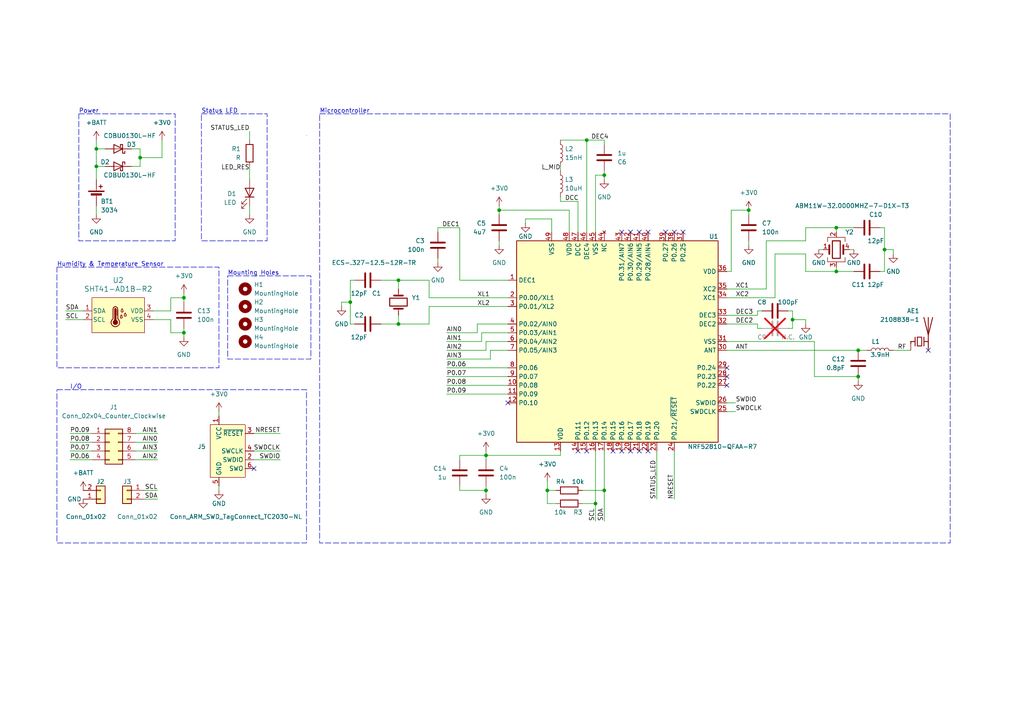
<source format=kicad_sch>
(kicad_sch (version 20230121) (generator eeschema)
  (paper "A4")
  (lib_symbols
    (symbol "Connector:Conn_ARM_SWD_TagConnect_TC2030-NL" (in_bom no)
      (property "Reference" "J" (at 2.54 11.43 0))
      (property "Value" "Conn_ARM_SWD_TagConnect_TC2030-NL" (at 2.54 8.89 0))
      (symbol "Conn_ARM_SWD_TagConnect_TC2030-NL_0_0"
        (pin power_in line (at -2.54 10.16 270) (length 2.54) (name "VCC") (number "1"))
        (pin bidirectional line (at 7.62 -2.54 180) (length 2.54) (name "SWDIO") (number "2"))
        (pin open_collector line (at 7.62 5.08 180) (length 2.54) (name "~{RESET}") (number "3"))
        (pin output line (at 7.62 0 180) (length 2.54) (name "SWCLK") (number "4"))
        (pin power_in line (at -2.54 -10.16 90) (length 2.54) (name "GND") (number "5"))
        (pin input line (at 7.62 -5.08 180) (length 2.54) (name "SWO") (number "6"))
      )
      (symbol "Conn_ARM_SWD_TagConnect_TC2030-NL_0_1"
        (rectangle (start -5.08 7.62) (end 5.08 -7.62) (fill (type background)))
      )
    )
    (symbol "Connector_Generic:Conn_01x02" (pin_names (offset 1.016) hide)
      (property "Reference" "J" (at 0 2.54 0))
      (property "Value" "Conn_01x02" (at 0 -5.08 0))
      (symbol "Conn_01x02_1_1"
        (rectangle (start -1.27 -2.413) (end 0 -2.667) (stroke (width 0.1524)))
        (rectangle (start -1.27 0.127) (end 0 -0.127) (stroke (width 0.1524)))
        (rectangle (start -1.27 1.27) (end 1.27 -3.81) (stroke (width 0.254)) (fill (type background)))
        (pin passive line (at -5.08 0 0) (length 3.81) (name "Pin_1") (number "1"))
        (pin passive line (at -5.08 -2.54 0) (length 3.81) (name "Pin_2") (number "2"))
      )
    )
    (symbol "Connector_Generic:Conn_02x04_Counter_Clockwise" (pin_names (offset 1.016) hide)
      (property "Reference" "J" (at 1.27 5.08 0))
      (property "Value" "Conn_02x04_Counter_Clockwise" (at 1.27 -7.62 0))
      (symbol "Conn_02x04_Counter_Clockwise_1_1"
        (rectangle (start -1.27 -4.953) (end 0 -5.207) (stroke (width 0.1524)))
        (rectangle (start -1.27 -2.413) (end 0 -2.667) (stroke (width 0.1524)))
        (rectangle (start -1.27 0.127) (end 0 -0.127) (stroke (width 0.1524)))
        (rectangle (start -1.27 2.667) (end 0 2.413) (stroke (width 0.1524)))
        (rectangle (start -1.27 3.81) (end 3.81 -6.35) (stroke (width 0.254)) (fill (type background)))
        (rectangle (start 3.81 -4.953) (end 2.54 -5.207) (stroke (width 0.1524)))
        (rectangle (start 3.81 -2.413) (end 2.54 -2.667) (stroke (width 0.1524)))
        (rectangle (start 3.81 0.127) (end 2.54 -0.127) (stroke (width 0.1524)))
        (rectangle (start 3.81 2.667) (end 2.54 2.413) (stroke (width 0.1524)))
        (pin passive line (at -5.08 2.54 0) (length 3.81) (name "Pin_1") (number "1"))
        (pin passive line (at -5.08 0 0) (length 3.81) (name "Pin_2") (number "2"))
        (pin passive line (at -5.08 -2.54 0) (length 3.81) (name "Pin_3") (number "3"))
        (pin passive line (at -5.08 -5.08 0) (length 3.81) (name "Pin_4") (number "4"))
        (pin passive line (at 7.62 -5.08 180) (length 3.81) (name "Pin_5") (number "5"))
        (pin passive line (at 7.62 -2.54 180) (length 3.81) (name "Pin_6") (number "6"))
        (pin passive line (at 7.62 0 180) (length 3.81) (name "Pin_7") (number "7"))
        (pin passive line (at 7.62 2.54 180) (length 3.81) (name "Pin_8") (number "8"))
      )
    )
    (symbol "Device:Antenna_Chip" (pin_numbers hide) (pin_names (offset 1.016) hide)
      (property "Reference" "AE" (at 0 5.08 0))
      (property "Value" "Antenna_Chip" (at 0 3.175 0))
      (symbol "Antenna_Chip_0_1"
        (polyline (pts (xy -2.54 0) (xy -2.54 -0.635)) (stroke (width 0.254)))
        (polyline (pts (xy -2.54 0) (xy -1.27 0)) (stroke (width 0.254)))
        (polyline (pts (xy 1.27 0) (xy 2.54 0)) (stroke (width 0.254)))
        (polyline (pts (xy 1.27 1.27) (xy 1.27 -1.27)) (stroke (width 0.254)))
        (polyline (pts (xy 2.54 -0.635) (xy 2.54 0)))
        (polyline (pts (xy 2.54 6.985) (xy 2.54 -1.905)) (stroke (width 0.254)))
        (polyline (pts (xy -1.27 1.27) (xy -1.27 -1.27) (xy -1.27 0)) (stroke (width 0.254)))
        (polyline (pts (xy 3.81 6.985) (xy 2.54 1.905) (xy 1.27 6.985)) (stroke (width 0.254)))
        (polyline (pts (xy -0.635 1.27) (xy 0.635 1.27) (xy 0.635 -1.27) (xy -0.635 -1.27) (xy -0.635 1.27)) (stroke (width 0.254)))
      )
      (symbol "Antenna_Chip_1_1"
        (pin input line (at -2.54 -2.54 90) (length 2.54) (name "FEED") (number "1"))
        (pin passive line (at 2.54 -2.54 90) (length 2.54) (name "PCB_Trace") (number "2"))
      )
    )
    (symbol "Device:Battery_Cell" (pin_numbers hide) (pin_names (offset 0) hide)
      (property "Reference" "BT" (at 2.54 2.54 0))
      (property "Value" "Battery_Cell" (at 2.54 0 0))
      (symbol "Battery_Cell_0_1"
        (rectangle (start -2.286 1.778) (end 2.286 1.524) (fill (type outline)))
        (rectangle (start -1.524 1.016) (end 1.524 0.508) (fill (type outline)))
        (polyline (pts (xy 0 0.762) (xy 0 0)))
        (polyline (pts (xy 0 1.778) (xy 0 2.54)))
        (polyline (pts (xy 0.762 3.048) (xy 1.778 3.048)) (stroke (width 0.254)))
        (polyline (pts (xy 1.27 3.556) (xy 1.27 2.54)) (stroke (width 0.254)))
      )
      (symbol "Battery_Cell_1_1"
        (pin passive line (at 0 5.08 270) (length 2.54) (name "+") (number "1"))
        (pin passive line (at 0 -2.54 90) (length 2.54) (name "-") (number "2"))
      )
    )
    (symbol "Device:C" (pin_numbers hide) (pin_names (offset 0.254))
      (property "Reference" "C" (at 0.635 2.54 0))
      (property "Value" "C" (at 0.635 -2.54 0))
      (symbol "C_0_1"
        (polyline (pts (xy -2.032 -0.762) (xy 2.032 -0.762)) (stroke (width 0.508)))
        (polyline (pts (xy -2.032 0.762) (xy 2.032 0.762)) (stroke (width 0.508)))
      )
      (symbol "C_1_1"
        (pin passive line (at 0 3.81 270) (length 2.794) (name "~") (number "1"))
        (pin passive line (at 0 -3.81 90) (length 2.794) (name "~") (number "2"))
      )
    )
    (symbol "Device:Crystal" (pin_numbers hide) (pin_names (offset 1.016) hide)
      (property "Reference" "Y" (at 0 3.81 0))
      (property "Value" "Crystal" (at 0 -3.81 0))
      (symbol "Crystal_0_1"
        (rectangle (start -1.143 2.54) (end 1.143 -2.54) (stroke (width 0.3048)))
        (polyline (pts (xy -2.54 0) (xy -1.905 0)))
        (polyline (pts (xy -1.905 -1.27) (xy -1.905 1.27)) (stroke (width 0.508)))
        (polyline (pts (xy 1.905 -1.27) (xy 1.905 1.27)) (stroke (width 0.508)))
        (polyline (pts (xy 2.54 0) (xy 1.905 0)))
      )
      (symbol "Crystal_1_1"
        (pin passive line (at -3.81 0 0) (length 1.27) (name "1") (number "1"))
        (pin passive line (at 3.81 0 180) (length 1.27) (name "2") (number "2"))
      )
    )
    (symbol "Device:Crystal_GND23" (pin_names (offset 1.016) hide)
      (property "Reference" "Y" (at 3.175 5.08 0))
      (property "Value" "Crystal_GND23" (at 3.175 3.175 0))
      (symbol "Crystal_GND23_0_1"
        (rectangle (start -1.143 2.54) (end 1.143 -2.54) (stroke (width 0.3048)))
        (polyline (pts (xy -2.54 0) (xy -2.032 0)))
        (polyline (pts (xy -2.032 -1.27) (xy -2.032 1.27)) (stroke (width 0.508)))
        (polyline (pts (xy 0 -3.81) (xy 0 -3.556)))
        (polyline (pts (xy 0 3.556) (xy 0 3.81)))
        (polyline (pts (xy 2.032 -1.27) (xy 2.032 1.27)) (stroke (width 0.508)))
        (polyline (pts (xy 2.032 0) (xy 2.54 0)))
        (polyline (pts (xy -2.54 -2.286) (xy -2.54 -3.556) (xy 2.54 -3.556) (xy 2.54 -2.286)))
        (polyline (pts (xy -2.54 2.286) (xy -2.54 3.556) (xy 2.54 3.556) (xy 2.54 2.286)))
      )
      (symbol "Crystal_GND23_1_1"
        (pin passive line (at -3.81 0 0) (length 1.27) (name "1") (number "1"))
        (pin passive line (at 0 5.08 270) (length 1.27) (name "2") (number "2"))
        (pin passive line (at 0 -5.08 90) (length 1.27) (name "3") (number "3"))
        (pin passive line (at 3.81 0 180) (length 1.27) (name "4") (number "4"))
      )
    )
    (symbol "Device:D_Schottky" (pin_numbers hide) (pin_names (offset 1.016) hide)
      (property "Reference" "D" (at 0 2.54 0))
      (property "Value" "D_Schottky" (at 0 -2.54 0))
      (symbol "D_Schottky_0_1"
        (polyline (pts (xy 1.27 0) (xy -1.27 0)))
        (polyline (pts (xy 1.27 1.27) (xy 1.27 -1.27) (xy -1.27 0) (xy 1.27 1.27)) (stroke (width 0.254)))
        (polyline (pts (xy -1.905 0.635) (xy -1.905 1.27) (xy -1.27 1.27) (xy -1.27 -1.27) (xy -0.635 -1.27) (xy -0.635 -0.635)) (stroke (width 0.254)))
      )
      (symbol "D_Schottky_1_1"
        (pin passive line (at -3.81 0 0) (length 2.54) (name "K") (number "1"))
        (pin passive line (at 3.81 0 180) (length 2.54) (name "A") (number "2"))
      )
    )
    (symbol "Device:L" (pin_numbers hide) (pin_names (offset 1.016) hide)
      (property "Reference" "L" (at -1.27 0 90))
      (property "Value" "L" (at 1.905 0 90))
      (symbol "L_0_1"
        (arc (start 0 -2.54) (mid 0.6323 -1.905) (end 0 -1.27))
        (arc (start 0 -1.27) (mid 0.6323 -0.635) (end 0 0))
        (arc (start 0 0) (mid 0.6323 0.635) (end 0 1.27))
        (arc (start 0 1.27) (mid 0.6323 1.905) (end 0 2.54))
      )
      (symbol "L_1_1"
        (pin passive line (at 0 3.81 270) (length 1.27) (name "1") (number "1"))
        (pin passive line (at 0 -3.81 90) (length 1.27) (name "2") (number "2"))
      )
    )
    (symbol "Device:LED" (pin_numbers hide) (pin_names (offset 1.016) hide)
      (property "Reference" "D" (at 0 2.54 0))
      (property "Value" "LED" (at 0 -2.54 0))
      (symbol "LED_0_1"
        (polyline (pts (xy -1.27 -1.27) (xy -1.27 1.27)) (stroke (width 0.254)))
        (polyline (pts (xy -1.27 0) (xy 1.27 0)))
        (polyline (pts (xy 1.27 -1.27) (xy 1.27 1.27) (xy -1.27 0) (xy 1.27 -1.27)) (stroke (width 0.254)))
        (polyline (pts (xy -3.048 -0.762) (xy -4.572 -2.286) (xy -3.81 -2.286) (xy -4.572 -2.286) (xy -4.572 -1.524)))
        (polyline (pts (xy -1.778 -0.762) (xy -3.302 -2.286) (xy -2.54 -2.286) (xy -3.302 -2.286) (xy -3.302 -1.524)))
      )
      (symbol "LED_1_1"
        (pin passive line (at -3.81 0 0) (length 2.54) (name "K") (number "1"))
        (pin passive line (at 3.81 0 180) (length 2.54) (name "A") (number "2"))
      )
    )
    (symbol "Device:R" (pin_numbers hide) (pin_names (offset 0))
      (property "Reference" "R" (at 2.032 0 90))
      (property "Value" "R" (at 0 0 90))
      (symbol "R_0_1"
        (rectangle (start -1.016 -2.54) (end 1.016 2.54) (stroke (width 0.254)))
      )
      (symbol "R_1_1"
        (pin passive line (at 0 3.81 270) (length 1.27) (name "~") (number "1"))
        (pin passive line (at 0 -3.81 90) (length 1.27) (name "~") (number "2"))
      )
    )
    (symbol "Mechanical:MountingHole" (pin_names (offset 1.016))
      (property "Reference" "H" (at 0 5.08 0))
      (property "Value" "MountingHole" (at 0 3.175 0))
      (symbol "MountingHole_0_1"
        (circle (center 0 0) (radius 1.27) (stroke (width 1.27)))
      )
    )
    (symbol "encyclopedia_galactica:NRF52810-QFAA-R7"
      (property "Reference" "U" (at 0 54.61 0))
      (property "Value" "NRF52810-QFAA-R7" (at 0 52.07 0))
      (symbol "NRF52810-QFAA-R7_0_1"
        (rectangle (start -29.21 29.21) (end 29.21 -29.21) (stroke (width 0.254)) (fill (type background)))
      )
      (symbol "NRF52810-QFAA-R7_1_1"
        (pin passive line (at -31.75 17.78 0) (length 2.54) (name "DEC1") (number "1"))
        (pin bidirectional line (at -31.75 -12.7 0) (length 2.54) (name "P0.08") (number "10"))
        (pin bidirectional line (at -31.75 -15.24 0) (length 2.54) (name "P0.09") (number "11"))
        (pin bidirectional line (at -31.75 -17.78 0) (length 2.54) (name "P0.10") (number "12"))
        (pin power_in line (at -16.51 -31.75 90) (length 2.54) (name "VDD") (number "13"))
        (pin bidirectional line (at -11.43 -31.75 90) (length 2.54) (name "P0.11") (number "14"))
        (pin bidirectional line (at -8.89 -31.75 90) (length 2.54) (name "P0.12") (number "15"))
        (pin bidirectional line (at -6.35 -31.75 90) (length 2.54) (name "P0.13") (number "16"))
        (pin bidirectional line (at -3.81 -31.75 90) (length 2.54) (name "P0.14") (number "17"))
        (pin bidirectional line (at -1.27 -31.75 90) (length 2.54) (name "P0.15") (number "18"))
        (pin bidirectional line (at 1.27 -31.75 90) (length 2.54) (name "P0.16") (number "19"))
        (pin bidirectional line (at -31.75 12.7 0) (length 2.54) (name "P0.00/XL1") (number "2"))
        (pin bidirectional line (at 3.81 -31.75 90) (length 2.54) (name "P0.17") (number "20"))
        (pin bidirectional line (at 6.35 -31.75 90) (length 2.54) (name "P0.18") (number "21"))
        (pin bidirectional line (at 8.89 -31.75 90) (length 2.54) (name "P0.19") (number "22"))
        (pin bidirectional line (at 11.43 -31.75 90) (length 2.54) (name "P0.20") (number "23"))
        (pin bidirectional line (at 16.51 -31.75 90) (length 2.54) (name "P0.21/~{RESET}") (number "24"))
        (pin input line (at 31.75 -20.32 180) (length 2.54) (name "SWDCLK") (number "25"))
        (pin bidirectional line (at 31.75 -17.78 180) (length 2.54) (name "SWDIO") (number "26"))
        (pin bidirectional line (at 31.75 -12.7 180) (length 2.54) (name "P0.22") (number "27"))
        (pin bidirectional line (at 31.75 -10.16 180) (length 2.54) (name "P0.23") (number "28"))
        (pin bidirectional line (at 31.75 -7.62 180) (length 2.54) (name "P0.24") (number "29"))
        (pin bidirectional line (at -31.75 10.16 0) (length 2.54) (name "P0.01/XL2") (number "3"))
        (pin passive line (at 31.75 -2.54 180) (length 2.54) (name "ANT") (number "30"))
        (pin power_in line (at 31.75 0 180) (length 2.54) (name "VSS") (number "31"))
        (pin passive line (at 31.75 5.08 180) (length 2.54) (name "DEC2") (number "32"))
        (pin passive line (at 31.75 7.62 180) (length 2.54) (name "DEC3") (number "33"))
        (pin input line (at 31.75 12.7 180) (length 2.54) (name "XC1") (number "34"))
        (pin input line (at 31.75 15.24 180) (length 2.54) (name "XC2") (number "35"))
        (pin passive line (at 31.75 20.32 180) (length 2.54) (name "VDD") (number "36"))
        (pin bidirectional line (at 19.05 31.75 270) (length 2.54) (name "P0.25") (number "37"))
        (pin bidirectional line (at 16.51 31.75 270) (length 2.54) (name "P0.26") (number "38"))
        (pin bidirectional line (at 13.97 31.75 270) (length 2.54) (name "P0.27") (number "39"))
        (pin bidirectional line (at -31.75 5.08 0) (length 2.54) (name "P0.02/AIN0") (number "4"))
        (pin bidirectional line (at 8.89 31.75 270) (length 2.54) (name "P0.28/AIN4") (number "40"))
        (pin bidirectional line (at 6.35 31.75 270) (length 2.54) (name "P0.29/AIN5") (number "41"))
        (pin bidirectional line (at 3.81 31.75 270) (length 2.54) (name "P0.30/AIN6") (number "42"))
        (pin bidirectional line (at 1.27 31.75 270) (length 2.54) (name "P0.31/AIN7") (number "43"))
        (pin no_connect line (at -3.81 31.75 270) (length 2.54) (name "NC") (number "44"))
        (pin passive line (at -6.35 31.75 270) (length 2.54) (name "VSS") (number "45"))
        (pin passive line (at -8.89 31.75 270) (length 2.54) (name "DEC4") (number "46"))
        (pin power_out line (at -11.43 31.75 270) (length 2.54) (name "DCC") (number "47"))
        (pin passive line (at -13.97 31.75 270) (length 2.54) (name "VDD") (number "48"))
        (pin passive line (at -19.05 31.75 270) (length 2.54) (name "VSS") (number "49"))
        (pin bidirectional line (at -31.75 2.54 0) (length 2.54) (name "P0.03/AIN1") (number "5"))
        (pin bidirectional line (at -31.75 0 0) (length 2.54) (name "P0.04/AIN2") (number "6"))
        (pin bidirectional line (at -31.75 -2.54 0) (length 2.54) (name "P0.05/AIN3") (number "7"))
        (pin bidirectional line (at -31.75 -7.62 0) (length 2.54) (name "P0.06") (number "8"))
        (pin bidirectional line (at -31.75 -10.16 0) (length 2.54) (name "P0.07") (number "9"))
      )
    )
    (symbol "encyclopedia_galactica:SHT41-AD1B-R2" (pin_names (offset 0.254))
      (property "Reference" "U" (at 0 13.97 0))
      (property "Value" "SHT41-AD1B-R2" (at 0 11.43 0))
      (symbol "SHT41-AD1B-R2_0_0"
        (polyline (pts (xy -0.7782 -2.7679) (xy -0.7538 -2.7614) (xy -0.6273 -2.7452) (xy -0.5713 -2.733) (xy -0.4386 -2.65) (xy -0.3005 -2.5149) (xy -0.1862 -2.3589) (xy -0.1253 -2.2133) (xy -0.1122 -1.9777) (xy -0.1841 -1.7536) (xy -0.3553 -1.5359) (xy -0.5465 -1.3446) (xy -0.5465 0.2882) (xy -0.5465 1.9209) (xy -0.6855 2.012) (xy -0.7691 2.0613) (xy -0.8546 2.0708) (xy -0.9634 2.012) (xy -1.1023 1.9209) (xy -1.1023 0.2767) (xy -1.1023 -1.3675) (xy -1.2424 -1.4777) (xy -1.2888 -1.5171) (xy -1.4497 -1.7284) (xy -1.5229 -1.9679) (xy -1.5126 -2.2124) (xy -1.4228 -2.4384) (xy -1.2576 -2.6226) (xy -1.0211 -2.7416) (xy -0.8813 -2.7694) (xy -0.7782 -2.7679)) (stroke (width 0.01)) (fill (type outline)))
        (polyline (pts (xy 2.1727 -0.3391) (xy 2.3119 -0.2679) (xy 2.3683 -0.175) (xy 2.3992 -0.0278) (xy 2.3871 0.0546) (xy 2.337 0.2108) (xy 2.2619 0.3868) (xy 2.177 0.5511) (xy 2.0973 0.6727) (xy 2.0379 0.7202) (xy 1.9994 0.6955) (xy 1.9245 0.5928) (xy 1.8393 0.4391) (xy 1.7593 0.2658) (xy 1.6999 0.1045) (xy 1.6767 -0.0135) (xy 1.6805 -0.0349) (xy 1.7878 -0.0349) (xy 1.7977 0.0177) (xy 1.8421 0.1542) (xy 1.9103 0.3256) (xy 2.0328 0.6103) (xy 2.1597 0.3359) (xy 2.2226 0.1922) (xy 2.2764 0.0231) (xy 2.275 -0.0919) (xy 2.2213 -0.1774) (xy 2.1655 -0.214) (xy 2.0379 -0.2441) (xy 1.9584 -0.2324) (xy 1.8367 -0.1559) (xy 1.7878 -0.0349) (xy 1.6805 -0.0349) (xy 1.6952 -0.1171) (xy 1.7686 -0.2536) (xy 1.8305 -0.3015) (xy 1.9945 -0.3498) (xy 2.1727 -0.3391)) (stroke (width 0.01)) (fill (type outline)))
        (polyline (pts (xy 1.2779 0.8852) (xy 1.3876 0.9342) (xy 1.439 1.0346) (xy 1.4494 1.2197) (xy 1.4056 1.4476) (xy 1.3104 1.6903) (xy 1.2438 1.815) (xy 1.1682 1.9333) (xy 1.1209 1.9791) (xy 1.087 1.9506) (xy 1.016 1.8457) (xy 0.9313 1.6903) (xy 0.8493 1.4902) (xy 0.7962 1.2577) (xy 0.7964 1.2083) (xy 0.8985 1.2083) (xy 0.907 1.2863) (xy 0.947 1.4367) (xy 1.0063 1.5899) (xy 1.0699 1.7089) (xy 1.1227 1.7568) (xy 1.1687 1.7194) (xy 1.2295 1.6057) (xy 1.286 1.4514) (xy 1.3252 1.2933) (xy 1.3338 1.1679) (xy 1.3235 1.1054) (xy 1.2709 1.0212) (xy 1.1467 0.9899) (xy 1.1356 0.9889) (xy 0.987 0.994) (xy 0.9164 1.0597) (xy 0.8985 1.2083) (xy 0.7964 1.2083) (xy 0.7968 1.063) (xy 0.8541 0.9342) (xy 0.9555 0.8871) (xy 1.116 0.8695) (xy 1.2779 0.8852)) (stroke (width 0.01)) (fill (type outline)))
        (polyline (pts (xy 1.1245 -0.8535) (xy 1.1312 -0.8498) (xy 1.2085 -0.7577) (xy 1.2315 -0.5895) (xy 1.2238 -0.507) (xy 1.1823 -0.3342) (xy 1.116 -0.1464) (xy 1.038 0.0259) (xy 0.9612 0.1517) (xy 0.8985 0.2005) (xy 0.864 0.1827) (xy 0.7914 0.0847) (xy 0.7123 -0.0722) (xy 0.6397 -0.2572) (xy 0.5864 -0.4397) (xy 0.5682 -0.5702) (xy 0.6762 -0.5702) (xy 0.6847 -0.4923) (xy 0.7246 -0.3419) (xy 0.784 -0.1887) (xy 0.8476 -0.0697) (xy 0.9004 -0.0218) (xy 0.9464 -0.0591) (xy 1.0072 -0.1728) (xy 1.0637 -0.3271) (xy 1.1029 -0.4853) (xy 1.1115 -0.6106) (xy 1.1012 -0.6731) (xy 1.0485 -0.7574) (xy 0.9243 -0.7887) (xy 0.9133 -0.7897) (xy 0.7647 -0.7846) (xy 0.6941 -0.7188) (xy 0.6762 -0.5702) (xy 0.5682 -0.5702) (xy 0.5656 -0.5887) (xy 0.5845 -0.7427) (xy 0.6623 -0.851) (xy 0.7257 -0.88) (xy 0.9286 -0.906) (xy 1.1245 -0.8535)) (stroke (width 0.01)) (fill (type outline)))
        (polyline (pts (xy -0.5545 -3.3797) (xy -0.2175 -3.2426) (xy 0.0945 -2.9972) (xy 0.1243 -2.9669) (xy 0.3463 -2.6832) (xy 0.4707 -2.3844) (xy 0.5089 -2.044) (xy 0.476 -1.8294) (xy 0.3828 -1.5698) (xy 0.2505 -1.3237) (xy 0.1 -1.1376) (xy -0.0463 -1.0029) (xy -0.0464 0.4742) (xy -0.0467 0.7893) (xy -0.0488 1.1761) (xy -0.0534 1.4752) (xy -0.0614 1.7005) (xy -0.0736 1.8661) (xy -0.0909 1.986) (xy -0.1139 2.0742) (xy -0.1437 2.1447) (xy -0.2598 2.3183) (xy -0.4689 2.4887) (xy -0.7142 2.5745) (xy -0.9722 2.5687) (xy -1.2192 2.4643) (xy -1.2384 2.4513) (xy -1.3421 2.3751) (xy -1.424 2.294) (xy -1.4867 2.1948) (xy -1.5327 2.0641) (xy -1.5646 1.8887) (xy -1.585 1.6553) (xy -1.5964 1.3506) (xy -1.6014 0.9613) (xy -1.6025 0.4742) (xy -1.6026 -1.0029) (xy -1.7489 -1.1376) (xy -1.8907 -1.3105) (xy -2.0247 -1.5544) (xy -2.1208 -1.8145) (xy -2.1578 -2.044) (xy -2.1575 -2.0827) (xy -2.138 -2.2218) (xy -1.9808 -2.2218) (xy -1.9707 -1.897) (xy -1.8626 -1.5804) (xy -1.6554 -1.2905) (xy -1.4358 -1.0597) (xy -1.4358 0.4346) (xy -1.4358 0.4797) (xy -1.4346 0.9365) (xy -1.4309 1.2963) (xy -1.424 1.572) (xy -1.4133 1.7764) (xy -1.398 1.9226) (xy -1.3777 2.0235) (xy -1.3515 2.0921) (xy -1.3513 2.0925) (xy -1.216 2.2564) (xy -1.0244 2.3768) (xy -0.8244 2.4237) (xy -0.7891 2.4224) (xy -0.5709 2.3561) (xy -0.3871 2.2073) (xy -0.2603 2.0002) (xy -0.2131 1.7595) (xy -0.2144 1.7118) (xy -0.2434 1.6157) (xy -0.3242 1.59) (xy -0.389 1.5745) (xy -0.4354 1.5066) (xy -0.4147 1.458) (xy -0.3242 1.4233) (xy -0.2391 1.3933) (xy -0.2131 1.2843) (xy -0.237 1.1779) (xy -0.3242 1.1454) (xy -0.389 1.1299) (xy -0.4354 1.062) (xy -0.4147 1.0134) (xy -0.3242 0.9786) (xy -0.2391 0.9486) (xy -0.2131 0.8397) (xy -0.237 0.7333) (xy -0.3242 0.7007) (xy -0.389 0.6853) (xy -0.4354 0.6174) (xy -0.4147 0.5687) (xy -0.3242 0.534) (xy -0.2391 0.504) (xy -0.2131 0.395) (xy -0.237 0.2887) (xy -0.3242 0.2561) (xy -0.389 0.2406) (xy -0.4354 0.1727) (xy -0.4147 0.1241) (xy -0.3242 0.0894) (xy -0.3128 0.0892) (xy -0.2667 0.0778) (xy -0.2375 0.0345) (xy -0.2213 -0.0606) (xy -0.2145 -0.2272) (xy -0.2131 -0.4852) (xy -0.2131 -1.0597) (xy 0.0065 -1.2905) (xy 0.1132 -1.418) (xy 0.2758 -1.7239) (xy 0.3386 -2.0486) (xy 0.3025 -2.3736) (xy 0.168 -2.6806) (xy -0.0639 -2.9511) (xy -0.1168 -2.9941) (xy -0.3007 -3.1115) (xy -0.4755 -3.1865) (xy -0.586 -3.2131) (xy -0.9384 -3.2355) (xy -1.2628 -3.1514) (xy -1.568 -2.9592) (xy -1.7106 -2.8208) (xy -1.8938 -2.5359) (xy -1.9808 -2.2218) (xy -2.138 -2.2218) (xy -2.1106 -2.4174) (xy -1.9764 -2.7137) (xy -1.7434 -2.9978) (xy -1.5826 -3.142) (xy -1.4085 -3.2682) (xy -1.2691 -3.3395) (xy -0.9161 -3.4084) (xy -0.5545 -3.3797)) (stroke (width 0.01)) (fill (type outline)))
      )
      (symbol "SHT41-AD1B-R2_1_1"
        (rectangle (start -7.62 5.08) (end 7.62 -5.08) (fill (type background)))
        (pin bidirectional line (at -10.16 1.27 0) (length 2.54) (name "SDA") (number "1"))
        (pin input line (at -10.16 -1.27 0) (length 2.54) (name "SCL") (number "2"))
        (pin power_in line (at 10.16 1.27 180) (length 2.54) (name "VDD") (number "3"))
        (pin power_out line (at 10.16 -1.27 180) (length 2.54) (name "VSS") (number "4"))
      )
    )
    (symbol "power:+3V0" (power) (pin_names (offset 0))
      (property "Value" "+3V0" (at 0 3.556 0))
      (symbol "+3V0_0_1"
        (polyline (pts (xy -0.762 1.27) (xy 0 2.54)))
        (polyline (pts (xy 0 0) (xy 0 2.54)))
        (polyline (pts (xy 0 2.54) (xy 0.762 1.27)))
      )
      (symbol "+3V0_1_1"
        (pin power_in line (at 0 0 90) (length 0) hide (name "+3V0") (number "1"))
      )
    )
    (symbol "power:+BATT" (power) (pin_names (offset 0))
      (property "Value" "+BATT" (at 0 3.556 0))
      (symbol "+BATT_0_1"
        (polyline (pts (xy -0.762 1.27) (xy 0 2.54)))
        (polyline (pts (xy 0 0) (xy 0 2.54)))
        (polyline (pts (xy 0 2.54) (xy 0.762 1.27)))
      )
      (symbol "+BATT_1_1"
        (pin power_in line (at 0 0 90) (length 0) hide (name "+BATT") (number "1"))
      )
    )
    (symbol "power:GND" (power) (pin_names (offset 0))
      (property "Value" "GND" (at 0 -3.81 0))
      (symbol "GND_0_1"
        (polyline (pts (xy 0 0) (xy 0 -1.27) (xy 1.27 -1.27) (xy 0 -2.54) (xy -1.27 -1.27) (xy 0 -1.27)))
      )
      (symbol "GND_1_1"
        (pin power_in line (at 0 0 270) (length 0) hide (name "GND") (number "1"))
      )
    )
  )
  (junction (at 140.97 142.24))
  (junction (at 242.57 66.04))
  (junction (at 27.94 48.26))
  (junction (at 217.17 60.96))
  (junction (at 248.92 109.22))
  (junction (at 140.97 132.08))
  (junction (at 175.26 50.8))
  (junction (at 158.75 142.24))
  (junction (at 248.92 101.6))
  (junction (at 144.78 60.96))
  (junction (at 115.57 93.98))
  (junction (at 53.34 96.52))
  (junction (at 27.94 43.18))
  (junction (at 170.18 40.64))
  (junction (at 175.26 142.24))
  (junction (at 172.72 146.05))
  (junction (at 40.64 45.72))
  (junction (at 242.57 78.74))
  (junction (at 101.6 87.63))
  (junction (at 229.87 92.71))
  (junction (at 115.57 81.28))
  (junction (at 53.34 86.36))
  (junction (at 256.54 72.39))
  (no_connect (at 182.88 130.81))
  (no_connect (at 73.66 135.89))
  (no_connect (at 210.82 111.76))
  (no_connect (at 210.82 109.22))
  (no_connect (at 167.64 130.81))
  (no_connect (at 269.24 101.6))
  (no_connect (at 180.34 130.81))
  (no_connect (at 170.18 130.81))
  (no_connect (at 177.8 130.81))
  (no_connect (at 187.96 67.31))
  (no_connect (at 147.32 116.84))
  (no_connect (at 185.42 130.81))
  (no_connect (at 185.42 67.31))
  (no_connect (at 180.34 67.31))
  (no_connect (at 187.96 130.81))
  (no_connect (at 195.58 67.31))
  (no_connect (at 193.04 67.31))
  (no_connect (at 182.88 67.31))
  (no_connect (at 210.82 106.68))
  (no_connect (at 198.12 67.31))
  (wire (pts (xy 129.54 99.06) (xy 139.7 99.06)))
  (wire (pts (xy 127 74.93) (xy 127 76.2)))
  (wire (pts (xy 101.6 93.98) (xy 101.6 87.63)))
  (wire (pts (xy 175.26 49.53) (xy 175.26 50.8)))
  (wire (pts (xy 242.57 78.74) (xy 242.57 77.47)))
  (wire (pts (xy 212.09 78.74) (xy 210.82 78.74)))
  (wire (pts (xy 19.05 92.71) (xy 24.13 92.71)))
  (wire (pts (xy 147.32 96.52) (xy 139.7 96.52)))
  (wire (pts (xy 222.25 69.85) (xy 222.25 83.82)))
  (wire (pts (xy 129.54 114.3) (xy 147.32 114.3)))
  (wire (pts (xy 233.68 92.71) (xy 229.87 92.71)))
  (wire (pts (xy 161.29 142.24) (xy 158.75 142.24)))
  (wire (pts (xy 224.79 73.66) (xy 233.68 73.66)))
  (wire (pts (xy 38.1 43.18) (xy 40.64 43.18)))
  (wire (pts (xy 172.72 146.05) (xy 172.72 151.13)))
  (wire (pts (xy 160.02 63.5) (xy 152.4 63.5)))
  (wire (pts (xy 53.34 85.09) (xy 53.34 86.36)))
  (wire (pts (xy 115.57 81.28) (xy 115.57 83.82)))
  (wire (pts (xy 190.5 130.81) (xy 190.5 144.78)))
  (wire (pts (xy 124.46 81.28) (xy 124.46 86.36)))
  (wire (pts (xy 259.08 101.6) (xy 264.16 101.6)))
  (wire (pts (xy 27.94 48.26) (xy 30.48 48.26)))
  (wire (pts (xy 27.94 59.69) (xy 27.94 62.23)))
  (wire (pts (xy 144.78 71.12) (xy 144.78 69.85)))
  (wire (pts (xy 140.97 99.06) (xy 140.97 101.6)))
  (wire (pts (xy 39.37 130.81) (xy 45.72 130.81)))
  (wire (pts (xy 49.53 86.36) (xy 53.34 86.36)))
  (wire (pts (xy 256.54 78.74) (xy 256.54 72.39)))
  (wire (pts (xy 162.56 58.42) (xy 167.64 58.42)))
  (wire (pts (xy 220.98 95.25) (xy 219.71 95.25)))
  (wire (pts (xy 72.39 38.1) (xy 72.39 40.64)))
  (wire (pts (xy 102.87 93.98) (xy 101.6 93.98)))
  (wire (pts (xy 140.97 140.97) (xy 140.97 142.24)))
  (wire (pts (xy 129.54 101.6) (xy 140.97 101.6)))
  (wire (pts (xy 129.54 106.68) (xy 147.32 106.68)))
  (wire (pts (xy 140.97 132.08) (xy 140.97 133.35)))
  (wire (pts (xy 129.54 109.22) (xy 147.32 109.22)))
  (wire (pts (xy 127 67.31) (xy 127 66.04)))
  (wire (pts (xy 27.94 40.64) (xy 27.94 43.18)))
  (wire (pts (xy 133.35 81.28) (xy 133.35 66.04)))
  (wire (pts (xy 133.35 66.04) (xy 127 66.04)))
  (wire (pts (xy 147.32 93.98) (xy 138.43 93.98)))
  (wire (pts (xy 233.68 93.98) (xy 233.68 92.71)))
  (wire (pts (xy 248.92 101.6) (xy 251.46 101.6)))
  (wire (pts (xy 229.87 92.71) (xy 229.87 95.25)))
  (wire (pts (xy 49.53 90.17) (xy 49.53 86.36)))
  (wire (pts (xy 39.37 133.35) (xy 45.72 133.35)))
  (wire (pts (xy 40.64 43.18) (xy 40.64 45.72)))
  (wire (pts (xy 133.35 132.08) (xy 140.97 132.08)))
  (wire (pts (xy 53.34 86.36) (xy 53.34 87.63)))
  (wire (pts (xy 242.57 66.04) (xy 233.68 66.04)))
  (wire (pts (xy 238.76 72.39) (xy 237.49 72.39)))
  (wire (pts (xy 170.18 40.64) (xy 170.18 67.31)))
  (wire (pts (xy 129.54 111.76) (xy 147.32 111.76)))
  (wire (pts (xy 220.98 90.17) (xy 219.71 90.17)))
  (wire (pts (xy 172.72 130.81) (xy 172.72 146.05)))
  (wire (pts (xy 140.97 130.81) (xy 140.97 132.08)))
  (wire (pts (xy 165.1 60.96) (xy 144.78 60.96)))
  (wire (pts (xy 228.6 90.17) (xy 229.87 90.17)))
  (wire (pts (xy 20.32 128.27) (xy 26.67 128.27)))
  (wire (pts (xy 210.82 99.06) (xy 236.22 99.06)))
  (wire (pts (xy 99.06 88.9) (xy 99.06 87.63)))
  (wire (pts (xy 133.35 140.97) (xy 133.35 142.24)))
  (wire (pts (xy 210.82 101.6) (xy 248.92 101.6)))
  (wire (pts (xy 110.49 81.28) (xy 115.57 81.28)))
  (wire (pts (xy 142.24 101.6) (xy 142.24 104.14)))
  (wire (pts (xy 139.7 96.52) (xy 139.7 99.06)))
  (wire (pts (xy 20.32 130.81) (xy 26.67 130.81)))
  (wire (pts (xy 165.1 67.31) (xy 165.1 60.96)))
  (wire (pts (xy 224.79 73.66) (xy 224.79 86.36)))
  (wire (pts (xy 161.29 146.05) (xy 158.75 146.05)))
  (wire (pts (xy 158.75 142.24) (xy 158.75 139.7)))
  (wire (pts (xy 140.97 132.08) (xy 162.56 132.08)))
  (wire (pts (xy 242.57 66.04) (xy 242.57 67.31)))
  (wire (pts (xy 256.54 66.04) (xy 255.27 66.04)))
  (wire (pts (xy 233.68 78.74) (xy 242.57 78.74)))
  (wire (pts (xy 195.58 130.81) (xy 195.58 144.78)))
  (wire (pts (xy 236.22 99.06) (xy 236.22 109.22)))
  (wire (pts (xy 40.64 48.26) (xy 38.1 48.26)))
  (wire (pts (xy 247.65 72.39) (xy 246.38 72.39)))
  (wire (pts (xy 217.17 60.96) (xy 217.17 62.23)))
  (wire (pts (xy 45.72 142.24) (xy 41.91 142.24)))
  (wire (pts (xy 162.56 48.26) (xy 162.56 49.53)))
  (wire (pts (xy 138.43 93.98) (xy 138.43 96.52)))
  (wire (pts (xy 236.22 109.22) (xy 248.92 109.22)))
  (wire (pts (xy 46.99 40.64) (xy 46.99 45.72)))
  (wire (pts (xy 115.57 93.98) (xy 124.46 93.98)))
  (wire (pts (xy 63.5 140.97) (xy 63.5 142.24)))
  (wire (pts (xy 40.64 45.72) (xy 40.64 48.26)))
  (wire (pts (xy 20.32 125.73) (xy 26.67 125.73)))
  (wire (pts (xy 210.82 93.98) (xy 219.71 93.98)))
  (wire (pts (xy 45.72 144.78) (xy 41.91 144.78)))
  (wire (pts (xy 217.17 69.85) (xy 217.17 71.12)))
  (wire (pts (xy 20.32 133.35) (xy 26.67 133.35)))
  (wire (pts (xy 53.34 96.52) (xy 53.34 97.79)))
  (wire (pts (xy 259.08 73.66) (xy 259.08 72.39)))
  (wire (pts (xy 124.46 86.36) (xy 147.32 86.36)))
  (wire (pts (xy 124.46 88.9) (xy 147.32 88.9)))
  (wire (pts (xy 72.39 59.69) (xy 72.39 62.23)))
  (wire (pts (xy 175.26 142.24) (xy 175.26 151.13)))
  (wire (pts (xy 72.39 48.26) (xy 72.39 52.07)))
  (wire (pts (xy 160.02 67.31) (xy 160.02 63.5)))
  (wire (pts (xy 73.66 130.81) (xy 81.28 130.81)))
  (wire (pts (xy 39.37 125.73) (xy 45.72 125.73)))
  (wire (pts (xy 115.57 81.28) (xy 124.46 81.28)))
  (wire (pts (xy 210.82 91.44) (xy 219.71 91.44)))
  (wire (pts (xy 212.09 60.96) (xy 217.17 60.96)))
  (wire (pts (xy 46.99 45.72) (xy 40.64 45.72)))
  (wire (pts (xy 175.26 40.64) (xy 175.26 41.91)))
  (wire (pts (xy 144.78 59.69) (xy 144.78 60.96)))
  (wire (pts (xy 228.6 95.25) (xy 229.87 95.25)))
  (wire (pts (xy 255.27 78.74) (xy 256.54 78.74)))
  (wire (pts (xy 138.43 96.52) (xy 129.54 96.52)))
  (wire (pts (xy 133.35 133.35) (xy 133.35 132.08)))
  (wire (pts (xy 124.46 93.98) (xy 124.46 88.9)))
  (wire (pts (xy 175.26 50.8) (xy 175.26 52.07)))
  (wire (pts (xy 210.82 119.38) (xy 213.36 119.38)))
  (wire (pts (xy 101.6 87.63) (xy 101.6 81.28)))
  (wire (pts (xy 170.18 40.64) (xy 175.26 40.64)))
  (wire (pts (xy 147.32 101.6) (xy 142.24 101.6)))
  (wire (pts (xy 162.56 40.64) (xy 170.18 40.64)))
  (wire (pts (xy 63.5 119.38) (xy 63.5 120.65)))
  (wire (pts (xy 158.75 146.05) (xy 158.75 142.24)))
  (wire (pts (xy 53.34 95.25) (xy 53.34 96.52)))
  (wire (pts (xy 224.79 86.36) (xy 210.82 86.36)))
  (wire (pts (xy 219.71 93.98) (xy 219.71 95.25)))
  (wire (pts (xy 144.78 60.96) (xy 144.78 62.23)))
  (wire (pts (xy 233.68 66.04) (xy 233.68 69.85)))
  (wire (pts (xy 142.24 104.14) (xy 129.54 104.14)))
  (wire (pts (xy 175.26 130.81) (xy 175.26 142.24)))
  (wire (pts (xy 39.37 128.27) (xy 45.72 128.27)))
  (wire (pts (xy 248.92 109.22) (xy 248.92 110.49)))
  (wire (pts (xy 44.45 90.17) (xy 49.53 90.17)))
  (wire (pts (xy 256.54 72.39) (xy 256.54 66.04)))
  (wire (pts (xy 172.72 50.8) (xy 175.26 50.8)))
  (wire (pts (xy 73.66 133.35) (xy 81.28 133.35)))
  (wire (pts (xy 259.08 72.39) (xy 256.54 72.39)))
  (wire (pts (xy 49.53 92.71) (xy 49.53 96.52)))
  (wire (pts (xy 147.32 81.28) (xy 133.35 81.28)))
  (wire (pts (xy 233.68 78.74) (xy 233.68 73.66)))
  (wire (pts (xy 247.65 66.04) (xy 242.57 66.04)))
  (wire (pts (xy 44.45 92.71) (xy 49.53 92.71)))
  (wire (pts (xy 229.87 90.17) (xy 229.87 92.71)))
  (wire (pts (xy 140.97 142.24) (xy 140.97 143.51)))
  (wire (pts (xy 115.57 91.44) (xy 115.57 93.98)))
  (wire (pts (xy 19.05 90.17) (xy 24.13 90.17)))
  (wire (pts (xy 167.64 58.42) (xy 167.64 67.31)))
  (wire (pts (xy 110.49 93.98) (xy 115.57 93.98)))
  (wire (pts (xy 147.32 99.06) (xy 140.97 99.06)))
  (wire (pts (xy 49.53 96.52) (xy 53.34 96.52)))
  (wire (pts (xy 162.56 130.81) (xy 162.56 132.08)))
  (wire (pts (xy 212.09 60.96) (xy 212.09 78.74)))
  (wire (pts (xy 172.72 50.8) (xy 172.72 67.31)))
  (wire (pts (xy 210.82 116.84) (xy 213.36 116.84)))
  (wire (pts (xy 168.91 142.24) (xy 175.26 142.24)))
  (wire (pts (xy 152.4 63.5) (xy 152.4 64.77)))
  (wire (pts (xy 222.25 69.85) (xy 233.68 69.85)))
  (wire (pts (xy 27.94 48.26) (xy 27.94 52.07)))
  (wire (pts (xy 99.06 87.63) (xy 101.6 87.63)))
  (wire (pts (xy 133.35 142.24) (xy 140.97 142.24)))
  (wire (pts (xy 247.65 78.74) (xy 242.57 78.74)))
  (wire (pts (xy 73.66 125.73) (xy 81.28 125.73)))
  (wire (pts (xy 27.94 43.18) (xy 27.94 48.26)))
  (wire (pts (xy 210.82 83.82) (xy 222.25 83.82)))
  (wire (pts (xy 27.94 43.18) (xy 30.48 43.18)))
  (wire (pts (xy 168.91 146.05) (xy 172.72 146.05)))
  (wire (pts (xy 162.56 58.42) (xy 162.56 57.15)))
  (wire (pts (xy 101.6 81.28) (xy 102.87 81.28)))
  (wire (pts (xy 219.71 90.17) (xy 219.71 91.44)))
  (rectangle (start 58.42 33.02) (end 77.47 69.85) (stroke (width 0) (type dash)))
  (rectangle (start 16.51 113.03) (end 88.9 157.48) (stroke (width 0) (type dash)))
  (rectangle (start 22.86 33.02) (end 50.8 69.85) (stroke (width 0) (type dash)))
  (rectangle (start 92.71 33.02) (end 275.59 157.48) (stroke (width 0) (type dash)))
  (rectangle (start 16.51 77.47) (end 63.5 106.68) (stroke (width 0) (type dash)))
  (rectangle (start 66.04 80.01) (end 90.17 104.14) (stroke (width 0) (type dash)))
  (rectangle (start 88.9 39.37) (end 88.9 39.37))
  (text "Humidity & Temperature Sensor" (at 16.51 77.47 0) (effects (font (size 1.27 1.27)) (justify left bottom)))
  (text "Microcontroller" (at 92.71 33.02 0) (effects (font (size 1.27 1.27)) (justify left bottom)))
  (text "Mounting Holes" (at 66.04 80.01 0) (effects (font (size 1.27 1.27)) (justify left bottom)))
  (text "I/O" (at 20.32 113.03 0) (effects (font (size 1.27 1.27)) (justify left bottom)))
  (text "Status LED" (at 58.42 33.02 0) (effects (font (size 1.27 1.27)) (justify left bottom)))
  (text "Power" (at 22.86 33.02 0) (effects (font (size 1.27 1.27)) (justify left bottom)))
  (label "P0.06" (at 20.32 133.35 0))
  (label "ANT" (at 213.36 101.6 0))
  (label "AIN0" (at 129.54 96.52 0))
  (label "P0.06" (at 129.54 106.68 0))
  (label "SDA" (at 19.05 90.17 0))
  (label "AIN2" (at 45.72 133.35 180))
  (label "SCL" (at 45.72 142.24 180))
  (label "SWDIO" (at 81.28 133.35 180))
  (label "SWDIO" (at 213.36 116.84 0))
  (label "XC1" (at 213.36 83.82 0))
  (label "STATUS_LED" (at 72.39 38.1 180))
  (label "SCL" (at 172.72 151.13 90))
  (label "DEC3" (at 213.36 91.44 0))
  (label "P0.08" (at 129.54 111.76 0))
  (label "P0.09" (at 20.32 125.73 0))
  (label "RF" (at 260.35 101.6 0))
  (label "DCC" (at 163.83 58.42 0))
  (label "XL2" (at 138.43 88.9 0))
  (label "AIN3" (at 129.54 104.14 0))
  (label "DEC2" (at 213.36 93.98 0))
  (label "P0.08" (at 20.32 128.27 0))
  (label "NRESET" (at 81.28 125.73 180))
  (label "AIN3" (at 45.72 130.81 180))
  (label "LED_RES" (at 72.39 49.53 180))
  (label "DEC1" (at 133.35 66.04 180))
  (label "SDA" (at 175.26 151.13 90))
  (label "P0.07" (at 129.54 109.22 0))
  (label "SCL" (at 19.05 92.71 0))
  (label "P0.07" (at 20.32 130.81 0))
  (label "P0.09" (at 129.54 114.3 0))
  (label "AIN1" (at 45.72 125.73 180))
  (label "L_MID" (at 162.56 49.53 180))
  (label "SWDCLK" (at 213.36 119.38 0))
  (label "DEC4" (at 171.45 40.64 0))
  (label "XL1" (at 138.43 86.36 0))
  (label "AIN2" (at 129.54 101.6 0))
  (label "STATUS_LED" (at 190.5 144.78 90))
  (label "XC2" (at 213.36 86.36 0))
  (label "AIN1" (at 129.54 99.06 0))
  (label "NRESET" (at 195.58 144.78 90))
  (label "SWDCLK" (at 81.28 130.81 180))
  (label "AIN0" (at 45.72 128.27 180))
  (label "SDA" (at 45.72 144.78 180))
  (symbol (lib_id "power:GND") (at 237.49 72.39 0) (mirror y) (unit 1)
    (property "Reference" "#PWR016" (effects hide))
    (property "Value" "GND" (at 237.49 76.2 0))
  )
  (symbol (lib_id "Device:LED") (at 72.39 55.88 270) (mirror x) (unit 1)
    (property "Reference" "D1" (at 68.58 56.1975 90) (effects (justify right)))
    (property "Value" "LED" (at 68.58 58.7375 90) (effects (justify right)))
    (property "Footprint" "Resistor_SMD:R_0603_1608Metric" (effects hide))
  )
  (symbol (lib_id "Device:C") (at 106.68 93.98 270) (unit 1)
    (property "Reference" "C2" (at 104.14 91.44 90))
    (property "Value" "12pF" (at 104.14 97.79 90))
    (property "Footprint" "Capacitor_SMD:C_0603_1608Metric" (effects hide))
  )
  (symbol (lib_id "power:GND") (at 247.65 72.39 0) (mirror y) (unit 1)
    (property "Reference" "#PWR017" (effects hide))
    (property "Value" "GND" (at 247.65 76.2 0))
  )
  (symbol (lib_id "Device:C") (at 217.17 66.04 180) (unit 1)
    (property "Reference" "C7" (at 220.98 64.77 0) (effects (justify right)))
    (property "Value" "100n" (at 220.98 67.31 0) (effects (justify right)))
    (property "Footprint" "Capacitor_SMD:C_0603_1608Metric" (effects hide))
  )
  (symbol (lib_id "power:+3V0") (at 63.5 119.38 0) (unit 1)
    (property "Reference" "#PWR010" (effects hide))
    (property "Value" "+3V0" (at 63.5 114.3 0))
  )
  (symbol (lib_id "Device:C") (at 224.79 90.17 90) (unit 1)
    (property "Reference" "C8" (at 220.98 87.63 90))
    (property "Value" "100pF" (at 228.6 87.63 90))
    (property "Footprint" "Capacitor_SMD:C_0603_1608Metric" (effects hide))
  )
  (symbol (lib_id "Device:C") (at 133.35 137.16 0) (mirror x) (unit 1)
    (property "Reference" "C14" (at 129.54 135.89 0) (effects (justify right)))
    (property "Value" "1u" (at 129.54 138.43 0) (effects (justify right)))
    (property "Footprint" "Capacitor_SMD:C_0603_1608Metric" (effects hide))
  )
  (symbol (lib_id "power:GND") (at 248.92 110.49 0) (mirror y) (unit 1)
    (property "Reference" "#PWR018" (effects hide))
    (property "Value" "GND" (at 248.92 115.57 0))
  )
  (symbol (lib_id "Device:L") (at 162.56 44.45 0) (unit 1)
    (property "Reference" "L2" (at 163.83 43.18 0) (effects (justify left)))
    (property "Value" "15nH" (at 163.83 45.72 0) (effects (justify left)))
    (property "Footprint" "Inductor_SMD:L_0603_1608Metric" (effects hide))
  )
  (symbol (lib_id "power:GND") (at 53.34 97.79 0) (unit 1)
    (property "Reference" "#PWR021" (effects hide))
    (property "Value" "GND" (at 53.34 102.87 0))
  )
  (symbol (lib_id "power:GND") (at 127 76.2 0) (unit 1)
    (property "Reference" "#PWR06" (effects hide))
    (property "Value" "GND" (at 127 81.28 0))
  )
  (symbol (lib_id "Mechanical:MountingHole") (at 71.12 99.06 0) (unit 1)
    (property "Reference" "H4" (at 73.66 97.79 0) (effects (justify left)))
    (property "Value" "MountingHole" (at 73.66 100.33 0) (effects (justify left)))
    (property "Footprint" "MountingHole:MountingHole_2.2mm_M2" (effects hide))
  )
  (symbol (lib_id "power:GND") (at 144.78 71.12 0) (unit 1)
    (property "Reference" "#PWR011" (effects hide))
    (property "Value" "GND" (at 144.78 76.2 0))
  )
  (symbol (lib_id "power:+3V0") (at 144.78 59.69 0) (unit 1)
    (property "Reference" "#PWR013" (effects hide))
    (property "Value" "+3V0" (at 144.78 54.61 0))
  )
  (symbol (lib_id "Device:Crystal") (at 115.57 87.63 90) (unit 1)
    (property "Reference" "Y1" (at 119.38 86.36 90) (effects (justify right)))
    (property "Value" " ECS-.327-12.5-12R-TR " (at 95.25 76.2 90) (effects (justify right)))
    (property "Footprint" "encyclopedia_galactica:ECS-.327-12.5-12R-TR" (effects hide))
  )
  (symbol (lib_id "power:GND") (at 27.94 62.23 0) (unit 1)
    (property "Reference" "#PWR03" (effects hide))
    (property "Value" "GND" (at 27.94 67.31 0))
  )
  (symbol (lib_id "Device:D_Schottky") (at 34.29 48.26 0) (mirror y) (unit 1)
    (property "Reference" "D2" (at 30.48 46.99 0))
    (property "Value" "CDBU0130L-HF " (at 38.1 50.8 0))
    (property "Footprint" "Diode_SMD:D_0603_1608Metric" (effects hide))
  )
  (symbol (lib_id "Device:Antenna_Chip") (at 266.7 99.06 0) (unit 1)
    (property "Reference" "AE1" (at 266.7 90.17 0) (effects (justify right)))
    (property "Value" "2108838-1" (at 266.7 92.71 0) (effects (justify right)))
    (property "Footprint" "encyclopedia_galactica:2108838-1" (effects hide))
    (property "Datasheet" "https://www.te.com/commerce/DocumentDelivery/DDEController?Action=showdoc&DocId=Data+Sheet%7F2108838%7FA2%7Fpdf%7FEnglish%7FENG_DS_2108838_A2.pdf%7F2108838-1" (effects hide))
  )
  (symbol (lib_id "Device:C") (at 144.78 66.04 0) (mirror x) (unit 1)
    (property "Reference" "C5" (at 140.97 64.77 0) (effects (justify right)))
    (property "Value" "4u7" (at 140.97 67.31 0) (effects (justify right)))
    (property "Footprint" "Capacitor_SMD:C_0603_1608Metric" (effects hide))
  )
  (symbol (lib_id "Device:C") (at 106.68 81.28 270) (mirror x) (unit 1)
    (property "Reference" "C1" (at 109.22 85.09 90))
    (property "Value" "12pF" (at 104.14 85.09 90))
    (property "Footprint" "Capacitor_SMD:C_0603_1608Metric" (effects hide))
  )
  (symbol (lib_id "Device:C") (at 251.46 66.04 90) (unit 1)
    (property "Reference" "C10" (at 254 62.23 90))
    (property "Value" "12pF" (at 254 69.85 90))
    (property "Footprint" "Capacitor_SMD:C_0603_1608Metric" (effects hide))
  )
  (symbol (lib_id "encyclopedia_galactica:NRF52810-QFAA-R7") (at 179.07 99.06 0) (unit 1)
    (property "Reference" "U1" (at 207.01 68.58 0))
    (property "Value" "NRF52810-QFAA-R7" (at 209.55 129.54 0))
    (property "Footprint" "Package_DFN_QFN:QFN-48-1EP_6x6mm_P0.4mm_EP4.6x4.6mm" (effects hide))
    (property "Datasheet" "https://infocenter.nordicsemi.com/pdf/nRF52810_PS_v1.4.pdf" (effects hide))
  )
  (symbol (lib_id "power:GND") (at 140.97 143.51 0) (unit 1)
    (property "Reference" "#PWR09" (effects hide))
    (property "Value" "GND" (at 140.97 148.59 0))
  )
  (symbol (lib_id "Device:D_Schottky") (at 34.29 43.18 180) (unit 1)
    (property "Reference" "D3" (at 38.1 41.91 0))
    (property "Value" "CDBU0130L-HF " (at 38.1 39.37 0))
    (property "Footprint" "Diode_SMD:D_0603_1608Metric" (effects hide))
  )
  (symbol (lib_id "power:GND") (at 175.26 52.07 0) (unit 1)
    (property "Reference" "#PWR012" (effects hide))
    (property "Value" "GND" (at 175.26 57.15 0))
  )
  (symbol (lib_id "Device:C") (at 53.34 91.44 0) (unit 1)
    (property "Reference" "C13" (at 57.15 90.17 0) (effects (justify left)))
    (property "Value" "100n" (at 57.15 92.71 0) (effects (justify left)))
    (property "Footprint" "Capacitor_SMD:C_0603_1608Metric" (effects hide))
  )
  (symbol (lib_id "Mechanical:MountingHole") (at 71.12 93.98 0) (unit 1)
    (property "Reference" "H3" (at 73.66 92.71 0) (effects (justify left)))
    (property "Value" "MountingHole" (at 73.66 95.25 0) (effects (justify left)))
    (property "Footprint" "MountingHole:MountingHole_2.2mm_M2" (effects hide))
  )
  (symbol (lib_id "Device:C") (at 127 71.12 0) (mirror x) (unit 1)
    (property "Reference" "C3" (at 123.19 69.85 0) (effects (justify right)))
    (property "Value" "100n" (at 123.19 72.39 0) (effects (justify right)))
    (property "Footprint" "Capacitor_SMD:C_0603_1608Metric" (effects hide))
  )
  (symbol (lib_id "Mechanical:MountingHole") (at 71.12 83.82 0) (unit 1)
    (property "Reference" "H1" (at 73.66 82.55 0) (effects (justify left)))
    (property "Value" "MountingHole" (at 73.66 85.09 0) (effects (justify left)))
    (property "Footprint" "MountingHole:MountingHole_2.2mm_M2" (effects hide))
  )
  (symbol (lib_id "power:GND") (at 24.13 144.78 0) (mirror y) (unit 1)
    (property "Reference" "#PWR022" (effects hide))
    (property "Value" "GND" (at 21.59 144.78 0))
  )
  (symbol (lib_id "power:+3V0") (at 158.75 139.7 0) (unit 1)
    (property "Reference" "#PWR023" (effects hide))
    (property "Value" "+3V0" (at 158.75 134.62 0))
  )
  (symbol (lib_id "Device:R") (at 165.1 146.05 270) (unit 1)
    (property "Reference" "R3" (at 167.64 148.59 90))
    (property "Value" "10k" (at 162.56 148.59 90))
    (property "Footprint" "Resistor_SMD:R_0603_1608Metric" (effects hide))
  )
  (symbol (lib_id "Device:C") (at 248.92 105.41 0) (mirror x) (unit 1)
    (property "Reference" "C12" (at 245.11 104.14 0) (effects (justify right)))
    (property "Value" "0.8pF" (at 245.11 106.68 0) (effects (justify right)))
    (property "Footprint" "Capacitor_SMD:C_0603_1608Metric" (effects hide))
  )
  (symbol (lib_id "Device:R") (at 72.39 44.45 0) (mirror y) (unit 1)
    (property "Reference" "R1" (at 69.85 43.18 0) (effects (justify left)))
    (property "Value" "R" (at 69.85 45.72 0) (effects (justify left)))
    (property "Footprint" "Resistor_SMD:R_0603_1608Metric" (effects hide))
  )
  (symbol (lib_id "Mechanical:MountingHole") (at 71.12 88.9 0) (unit 1)
    (property "Reference" "H2" (at 73.66 87.63 0) (effects (justify left)))
    (property "Value" "MountingHole" (at 73.66 90.17 0) (effects (justify left)))
    (property "Footprint" "MountingHole:MountingHole_2.2mm_M2" (effects hide))
  )
  (symbol (lib_id "power:GND") (at 217.17 71.12 0) (mirror y) (unit 1)
    (property "Reference" "#PWR014" (effects hide))
    (property "Value" "GND" (at 217.17 76.2 0))
  )
  (symbol (lib_id "Device:L") (at 162.56 53.34 0) (unit 1)
    (property "Reference" "L3" (at 163.83 52.07 0) (effects (justify left)))
    (property "Value" "10uH" (at 163.83 54.61 0) (effects (justify left)))
    (property "Footprint" "Inductor_SMD:L_0603_1608Metric" (effects hide))
  )
  (symbol (lib_id "power:+3V0") (at 53.34 85.09 0) (unit 1)
    (property "Reference" "#PWR08" (effects hide))
    (property "Value" "+3V0" (at 53.34 80.01 0))
  )
  (symbol (lib_id "power:+3V0") (at 140.97 130.81 0) (unit 1)
    (property "Reference" "#PWR024" (effects hide))
    (property "Value" "+3V0" (at 140.97 125.73 0))
  )
  (symbol (lib_id "Connector_Generic:Conn_01x02") (at 29.21 144.78 0) (mirror x) (unit 1)
    (property "Reference" "J2" (at 27.94 139.7 0) (effects (justify left)))
    (property "Value" "Conn_01x02" (at 19.05 149.86 0) (effects (justify left)))
    (property "Footprint" "Connector_PinHeader_2.54mm:PinHeader_1x02_P2.54mm_Vertical" (effects hide))
  )
  (symbol (lib_id "power:GND") (at 259.08 73.66 0) (mirror y) (unit 1)
    (property "Reference" "#PWR019" (effects hide))
    (property "Value" "GND" (at 259.08 78.74 0))
  )
  (symbol (lib_id "power:GND") (at 72.39 62.23 0) (unit 1)
    (property "Reference" "#PWR01" (effects hide))
    (property "Value" "GND" (at 72.39 67.31 0))
  )
  (symbol (lib_id "Device:C") (at 175.26 45.72 0) (mirror y) (unit 1)
    (property "Reference" "C6" (at 179.07 46.99 0) (effects (justify right)))
    (property "Value" "1u" (at 179.07 44.45 0) (effects (justify right)))
    (property "Footprint" "Capacitor_SMD:C_0603_1608Metric" (effects hide))
  )
  (symbol (lib_id "power:+3V0") (at 46.99 40.64 0) (unit 1)
    (property "Reference" "#PWR02" (effects hide))
    (property "Value" "+3V0" (at 46.99 35.56 0))
  )
  (symbol (lib_id "Device:Crystal_GND23") (at 242.57 72.39 0) (unit 1)
    (property "Reference" "Y2" (at 246.38 67.31 0))
    (property "Value" "ABM11W-32.0000MHZ-7-D1X-T3 " (at 247.65 59.69 0))
    (property "Footprint" "encyclopedia_galactica:ABM11W-30.0000MHZ-7-D1X-T3" (effects hide))
  )
  (symbol (lib_id "encyclopedia_galactica:SHT41-AD1B-R2") (at 34.29 91.44 0) (unit 1)
    (property "Reference" "U2" (at 34.29 81.28 0) (effects (font (size 1.524 1.524))))
    (property "Value" "SHT41-AD1B-R2" (at 34.29 83.82 0) (effects (font (size 1.524 1.524))))
    (property "Footprint" "encyclopedia_galactica:DFN4_SHT41_SEN" (effects hide))
    (property "Datasheet" "https://sensirion.com/media/documents/33FD6951/63E1087C/Datasheet_SHT4x_1.pdf" (effects hide))
  )
  (symbol (lib_id "power:GND") (at 233.68 93.98 0) (mirror y) (unit 1)
    (property "Reference" "#PWR015" (effects hide))
    (property "Value" "GND" (at 233.68 97.79 0))
  )
  (symbol (lib_id "Connector_Generic:Conn_02x04_Counter_Clockwise") (at 31.75 128.27 0) (unit 1)
    (property "Reference" "J1" (at 33.02 118.11 0))
    (property "Value" "Conn_02x04_Counter_Clockwise" (at 33.02 120.65 0))
    (property "Footprint" "Connector_PinHeader_2.54mm:PinHeader_2x04_P2.54mm_Vertical" (effects hide))
  )
  (symbol (lib_id "power:GND") (at 152.4 64.77 0) (unit 1)
    (property "Reference" "#PWR07" (effects hide))
    (property "Value" "GND" (at 152.4 68.58 0))
  )
  (symbol (lib_id "Connector:Conn_ARM_SWD_TagConnect_TC2030-NL") (at 66.04 130.81 0) (unit 1) (in_bom no)
    (property "Reference" "J5" (at 59.69 129.54 0) (effects (justify right)))
    (property "Value" "Conn_ARM_SWD_TagConnect_TC2030-NL" (at 87.63 149.86 0) (effects (justify right)))
    (property "Footprint" "Connector:Tag-Connect_TC2030-IDC-NL_2x03_P1.27mm_Vertical" (effects hide))
    (property "Datasheet" "https://www.tag-connect.com/wp-content/uploads/bsk-pdf-manager/TC2030-CTX_1.pdf" (effects hide))
  )
  (symbol (lib_id "power:+3V0") (at 217.17 60.96 0) (unit 1)
    (property "Reference" "#PWR020" (effects hide))
    (property "Value" "+3V0" (at 217.17 55.88 0))
  )
  (symbol (lib_id "Device:C") (at 251.46 78.74 90) (mirror x) (unit 1)
    (property "Reference" "C11" (at 248.92 82.55 90))
    (property "Value" "12pF" (at 254 82.55 90))
    (property "Footprint" "Capacitor_SMD:C_0603_1608Metric" (effects hide))
  )
  (symbol (lib_id "Device:C") (at 224.79 95.25 90) (mirror x) (unit 1) (dnp yes)
    (property "Reference" "C9" (at 220.98 97.79 90))
    (property "Value" "N.C." (at 228.6 97.79 90))
    (property "Footprint" "Capacitor_SMD:C_0603_1608Metric" (effects hide))
  )
  (symbol (lib_id "Device:L") (at 255.27 101.6 90) (unit 1)
    (property "Reference" "L1" (at 254 99.06 90))
    (property "Value" "3.9nH" (at 255.27 102.87 90))
    (property "Footprint" "Resistor_SMD:R_0603_1608Metric" (effects hide))
  )
  (symbol (lib_id "Device:R") (at 165.1 142.24 90) (unit 1)
    (property "Reference" "R4" (at 162.56 139.7 90))
    (property "Value" "10k" (at 167.64 139.7 90))
    (property "Footprint" "Resistor_SMD:R_0603_1608Metric" (effects hide))
  )
  (symbol (lib_id "Connector_Generic:Conn_01x02") (at 36.83 142.24 0) (mirror y) (unit 1)
    (property "Reference" "J3" (at 38.1 139.7 0) (effects (justify left)))
    (property "Value" "Conn_01x02" (at 45.72 149.86 0) (effects (justify left)))
    (property "Footprint" "Connector_PinHeader_2.54mm:PinHeader_1x02_P2.54mm_Vertical" (effects hide))
  )
  (symbol (lib_id "power:+BATT") (at 24.13 142.24 0) (unit 1)
    (property "Reference" "#PWR025" (effects hide))
    (property "Value" "+BATT" (at 24.13 137.16 0))
  )
  (symbol (lib_id "power:GND") (at 63.5 142.24 0) (unit 1)
    (property "Reference" "#PWR026" (effects hide))
    (property "Value" "GND" (at 63.5 146.05 0))
  )
  (symbol (lib_id "Device:C") (at 140.97 137.16 180) (unit 1)
    (property "Reference" "C4" (at 144.78 135.89 0) (effects (justify right)))
    (property "Value" "100n" (at 144.78 138.43 0) (effects (justify right)))
    (property "Footprint" "Capacitor_SMD:C_0603_1608Metric" (effects hide))
  )
  (symbol (lib_id "power:+BATT") (at 27.94 40.64 0) (unit 1)
    (property "Reference" "#PWR04" (effects hide))
    (property "Value" "+BATT" (at 27.94 35.56 0))
  )
  (symbol (lib_id "Device:Battery_Cell") (at 27.94 57.15 0) (unit 1)
    (property "Reference" "BT1" (at 29.21 58.42 0) (effects (justify left)))
    (property "Value" "3034" (at 29.21 60.96 0) (effects (justify left)))
    (property "Footprint" "Battery:BatteryHolder_Keystone_3034_1x20mm" (effects hide))
  )
  (symbol (lib_id "power:GND") (at 99.06 88.9 0) (unit 1)
    (property "Reference" "#PWR05" (effects hide))
    (property "Value" "GND" (at 99.06 93.98 0))
  )
)
</source>
